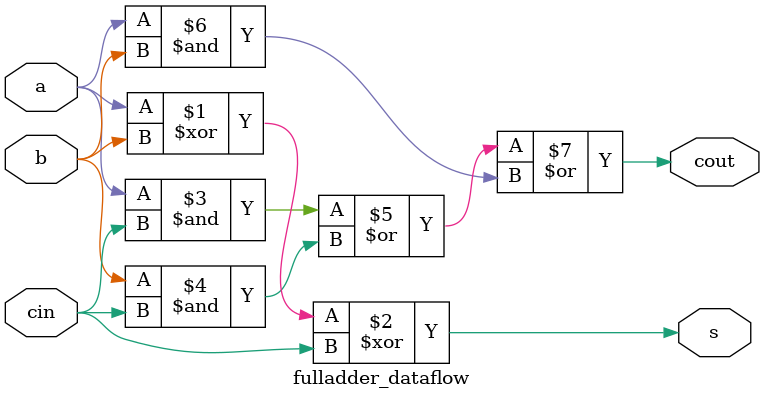
<source format=v>
`timescale 1ns / 1ps


module fulladder_dataflow(
    input a,
    input b,
    input cin,
    output cout,
    output s
    );
    assign s = a ^ b ^ cin;
    assign cout = ( a & cin) | (b & cin) | (a & b);
endmodule

</source>
